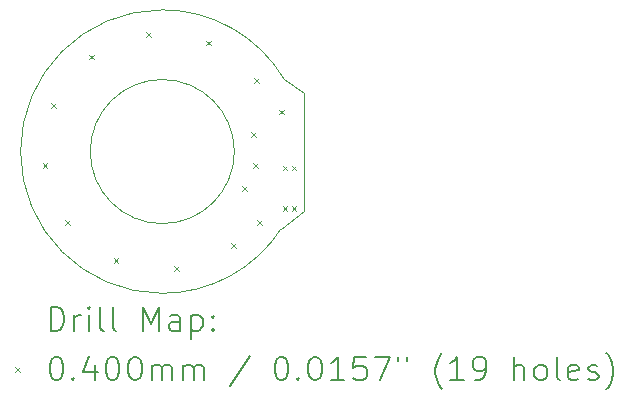
<source format=gbr>
%TF.GenerationSoftware,KiCad,Pcbnew,7.0.8-7.0.8~ubuntu23.04.1*%
%TF.CreationDate,2023-10-20T09:28:23+00:00*%
%TF.ProjectId,pedalboard-led-ring,70656461-6c62-46f6-9172-642d6c65642d,1.1.0-RC1*%
%TF.SameCoordinates,Original*%
%TF.FileFunction,Drillmap*%
%TF.FilePolarity,Positive*%
%FSLAX45Y45*%
G04 Gerber Fmt 4.5, Leading zero omitted, Abs format (unit mm)*
G04 Created by KiCad (PCBNEW 7.0.8-7.0.8~ubuntu23.04.1) date 2023-10-20 09:28:23*
%MOMM*%
%LPD*%
G01*
G04 APERTURE LIST*
%ADD10C,0.100000*%
%ADD11C,0.200000*%
%ADD12C,0.040000*%
G04 APERTURE END LIST*
D10*
X8000000Y-7200000D02*
G75*
G03*
X9006267Y-6653778I0J1200000D01*
G01*
X8610000Y-6000000D02*
G75*
G03*
X8610000Y-6000000I-610000J0D01*
G01*
X9200000Y-5500000D02*
X9200000Y-6500000D01*
X8000000Y-4800000D02*
G75*
G03*
X8000000Y-7200000I0J-1200000D01*
G01*
X9006267Y-6653778D02*
X9200000Y-6500000D01*
X9032747Y-5388907D02*
G75*
G03*
X8000000Y-4800000I-1032747J-611093D01*
G01*
X9032747Y-5388907D02*
X9200000Y-5500000D01*
D11*
D12*
X6987180Y-6099615D02*
X7027180Y-6139615D01*
X7027180Y-6099615D02*
X6987180Y-6139615D01*
X7060385Y-5587180D02*
X7100385Y-5627180D01*
X7100385Y-5587180D02*
X7060385Y-5627180D01*
X7180000Y-6580000D02*
X7220000Y-6620000D01*
X7220000Y-6580000D02*
X7180000Y-6620000D01*
X7380000Y-5180000D02*
X7420000Y-5220000D01*
X7420000Y-5180000D02*
X7380000Y-5220000D01*
X7587180Y-6899615D02*
X7627180Y-6939615D01*
X7627180Y-6899615D02*
X7587180Y-6939615D01*
X7860385Y-4987180D02*
X7900385Y-5027180D01*
X7900385Y-4987180D02*
X7860385Y-5027180D01*
X8099615Y-6972820D02*
X8139615Y-7012820D01*
X8139615Y-6972820D02*
X8099615Y-7012820D01*
X8372820Y-5060385D02*
X8412820Y-5100385D01*
X8412820Y-5060385D02*
X8372820Y-5100385D01*
X8580000Y-6774000D02*
X8620000Y-6814000D01*
X8620000Y-6774000D02*
X8580000Y-6814000D01*
X8675000Y-6295000D02*
X8715000Y-6335000D01*
X8715000Y-6295000D02*
X8675000Y-6335000D01*
X8749816Y-5835184D02*
X8789816Y-5875184D01*
X8789816Y-5835184D02*
X8749816Y-5875184D01*
X8771000Y-6095000D02*
X8811000Y-6135000D01*
X8811000Y-6095000D02*
X8771000Y-6135000D01*
X8780000Y-5380000D02*
X8820000Y-5420000D01*
X8820000Y-5380000D02*
X8780000Y-5420000D01*
X8806000Y-6582000D02*
X8846000Y-6622000D01*
X8846000Y-6582000D02*
X8806000Y-6622000D01*
X8987950Y-5645000D02*
X9027950Y-5685000D01*
X9027950Y-5645000D02*
X8987950Y-5685000D01*
X9020000Y-6120000D02*
X9060000Y-6160000D01*
X9060000Y-6120000D02*
X9020000Y-6160000D01*
X9020000Y-6465000D02*
X9060000Y-6505000D01*
X9060000Y-6465000D02*
X9020000Y-6505000D01*
X9095000Y-6120000D02*
X9135000Y-6160000D01*
X9135000Y-6120000D02*
X9095000Y-6160000D01*
X9095000Y-6465000D02*
X9135000Y-6505000D01*
X9135000Y-6465000D02*
X9095000Y-6505000D01*
D11*
X7055777Y-7516484D02*
X7055777Y-7316484D01*
X7055777Y-7316484D02*
X7103396Y-7316484D01*
X7103396Y-7316484D02*
X7131967Y-7326008D01*
X7131967Y-7326008D02*
X7151015Y-7345055D01*
X7151015Y-7345055D02*
X7160539Y-7364103D01*
X7160539Y-7364103D02*
X7170062Y-7402198D01*
X7170062Y-7402198D02*
X7170062Y-7430769D01*
X7170062Y-7430769D02*
X7160539Y-7468865D01*
X7160539Y-7468865D02*
X7151015Y-7487912D01*
X7151015Y-7487912D02*
X7131967Y-7506960D01*
X7131967Y-7506960D02*
X7103396Y-7516484D01*
X7103396Y-7516484D02*
X7055777Y-7516484D01*
X7255777Y-7516484D02*
X7255777Y-7383150D01*
X7255777Y-7421246D02*
X7265301Y-7402198D01*
X7265301Y-7402198D02*
X7274824Y-7392674D01*
X7274824Y-7392674D02*
X7293872Y-7383150D01*
X7293872Y-7383150D02*
X7312920Y-7383150D01*
X7379586Y-7516484D02*
X7379586Y-7383150D01*
X7379586Y-7316484D02*
X7370062Y-7326008D01*
X7370062Y-7326008D02*
X7379586Y-7335531D01*
X7379586Y-7335531D02*
X7389110Y-7326008D01*
X7389110Y-7326008D02*
X7379586Y-7316484D01*
X7379586Y-7316484D02*
X7379586Y-7335531D01*
X7503396Y-7516484D02*
X7484348Y-7506960D01*
X7484348Y-7506960D02*
X7474824Y-7487912D01*
X7474824Y-7487912D02*
X7474824Y-7316484D01*
X7608158Y-7516484D02*
X7589110Y-7506960D01*
X7589110Y-7506960D02*
X7579586Y-7487912D01*
X7579586Y-7487912D02*
X7579586Y-7316484D01*
X7836729Y-7516484D02*
X7836729Y-7316484D01*
X7836729Y-7316484D02*
X7903396Y-7459341D01*
X7903396Y-7459341D02*
X7970062Y-7316484D01*
X7970062Y-7316484D02*
X7970062Y-7516484D01*
X8151015Y-7516484D02*
X8151015Y-7411722D01*
X8151015Y-7411722D02*
X8141491Y-7392674D01*
X8141491Y-7392674D02*
X8122443Y-7383150D01*
X8122443Y-7383150D02*
X8084348Y-7383150D01*
X8084348Y-7383150D02*
X8065301Y-7392674D01*
X8151015Y-7506960D02*
X8131967Y-7516484D01*
X8131967Y-7516484D02*
X8084348Y-7516484D01*
X8084348Y-7516484D02*
X8065301Y-7506960D01*
X8065301Y-7506960D02*
X8055777Y-7487912D01*
X8055777Y-7487912D02*
X8055777Y-7468865D01*
X8055777Y-7468865D02*
X8065301Y-7449817D01*
X8065301Y-7449817D02*
X8084348Y-7440293D01*
X8084348Y-7440293D02*
X8131967Y-7440293D01*
X8131967Y-7440293D02*
X8151015Y-7430769D01*
X8246253Y-7383150D02*
X8246253Y-7583150D01*
X8246253Y-7392674D02*
X8265301Y-7383150D01*
X8265301Y-7383150D02*
X8303396Y-7383150D01*
X8303396Y-7383150D02*
X8322443Y-7392674D01*
X8322443Y-7392674D02*
X8331967Y-7402198D01*
X8331967Y-7402198D02*
X8341491Y-7421246D01*
X8341491Y-7421246D02*
X8341491Y-7478388D01*
X8341491Y-7478388D02*
X8331967Y-7497436D01*
X8331967Y-7497436D02*
X8322443Y-7506960D01*
X8322443Y-7506960D02*
X8303396Y-7516484D01*
X8303396Y-7516484D02*
X8265301Y-7516484D01*
X8265301Y-7516484D02*
X8246253Y-7506960D01*
X8427205Y-7497436D02*
X8436729Y-7506960D01*
X8436729Y-7506960D02*
X8427205Y-7516484D01*
X8427205Y-7516484D02*
X8417682Y-7506960D01*
X8417682Y-7506960D02*
X8427205Y-7497436D01*
X8427205Y-7497436D02*
X8427205Y-7516484D01*
X8427205Y-7392674D02*
X8436729Y-7402198D01*
X8436729Y-7402198D02*
X8427205Y-7411722D01*
X8427205Y-7411722D02*
X8417682Y-7402198D01*
X8417682Y-7402198D02*
X8427205Y-7392674D01*
X8427205Y-7392674D02*
X8427205Y-7411722D01*
D12*
X6755000Y-7825000D02*
X6795000Y-7865000D01*
X6795000Y-7825000D02*
X6755000Y-7865000D01*
D11*
X7093872Y-7736484D02*
X7112920Y-7736484D01*
X7112920Y-7736484D02*
X7131967Y-7746008D01*
X7131967Y-7746008D02*
X7141491Y-7755531D01*
X7141491Y-7755531D02*
X7151015Y-7774579D01*
X7151015Y-7774579D02*
X7160539Y-7812674D01*
X7160539Y-7812674D02*
X7160539Y-7860293D01*
X7160539Y-7860293D02*
X7151015Y-7898388D01*
X7151015Y-7898388D02*
X7141491Y-7917436D01*
X7141491Y-7917436D02*
X7131967Y-7926960D01*
X7131967Y-7926960D02*
X7112920Y-7936484D01*
X7112920Y-7936484D02*
X7093872Y-7936484D01*
X7093872Y-7936484D02*
X7074824Y-7926960D01*
X7074824Y-7926960D02*
X7065301Y-7917436D01*
X7065301Y-7917436D02*
X7055777Y-7898388D01*
X7055777Y-7898388D02*
X7046253Y-7860293D01*
X7046253Y-7860293D02*
X7046253Y-7812674D01*
X7046253Y-7812674D02*
X7055777Y-7774579D01*
X7055777Y-7774579D02*
X7065301Y-7755531D01*
X7065301Y-7755531D02*
X7074824Y-7746008D01*
X7074824Y-7746008D02*
X7093872Y-7736484D01*
X7246253Y-7917436D02*
X7255777Y-7926960D01*
X7255777Y-7926960D02*
X7246253Y-7936484D01*
X7246253Y-7936484D02*
X7236729Y-7926960D01*
X7236729Y-7926960D02*
X7246253Y-7917436D01*
X7246253Y-7917436D02*
X7246253Y-7936484D01*
X7427205Y-7803150D02*
X7427205Y-7936484D01*
X7379586Y-7726960D02*
X7331967Y-7869817D01*
X7331967Y-7869817D02*
X7455777Y-7869817D01*
X7570062Y-7736484D02*
X7589110Y-7736484D01*
X7589110Y-7736484D02*
X7608158Y-7746008D01*
X7608158Y-7746008D02*
X7617682Y-7755531D01*
X7617682Y-7755531D02*
X7627205Y-7774579D01*
X7627205Y-7774579D02*
X7636729Y-7812674D01*
X7636729Y-7812674D02*
X7636729Y-7860293D01*
X7636729Y-7860293D02*
X7627205Y-7898388D01*
X7627205Y-7898388D02*
X7617682Y-7917436D01*
X7617682Y-7917436D02*
X7608158Y-7926960D01*
X7608158Y-7926960D02*
X7589110Y-7936484D01*
X7589110Y-7936484D02*
X7570062Y-7936484D01*
X7570062Y-7936484D02*
X7551015Y-7926960D01*
X7551015Y-7926960D02*
X7541491Y-7917436D01*
X7541491Y-7917436D02*
X7531967Y-7898388D01*
X7531967Y-7898388D02*
X7522443Y-7860293D01*
X7522443Y-7860293D02*
X7522443Y-7812674D01*
X7522443Y-7812674D02*
X7531967Y-7774579D01*
X7531967Y-7774579D02*
X7541491Y-7755531D01*
X7541491Y-7755531D02*
X7551015Y-7746008D01*
X7551015Y-7746008D02*
X7570062Y-7736484D01*
X7760539Y-7736484D02*
X7779586Y-7736484D01*
X7779586Y-7736484D02*
X7798634Y-7746008D01*
X7798634Y-7746008D02*
X7808158Y-7755531D01*
X7808158Y-7755531D02*
X7817682Y-7774579D01*
X7817682Y-7774579D02*
X7827205Y-7812674D01*
X7827205Y-7812674D02*
X7827205Y-7860293D01*
X7827205Y-7860293D02*
X7817682Y-7898388D01*
X7817682Y-7898388D02*
X7808158Y-7917436D01*
X7808158Y-7917436D02*
X7798634Y-7926960D01*
X7798634Y-7926960D02*
X7779586Y-7936484D01*
X7779586Y-7936484D02*
X7760539Y-7936484D01*
X7760539Y-7936484D02*
X7741491Y-7926960D01*
X7741491Y-7926960D02*
X7731967Y-7917436D01*
X7731967Y-7917436D02*
X7722443Y-7898388D01*
X7722443Y-7898388D02*
X7712920Y-7860293D01*
X7712920Y-7860293D02*
X7712920Y-7812674D01*
X7712920Y-7812674D02*
X7722443Y-7774579D01*
X7722443Y-7774579D02*
X7731967Y-7755531D01*
X7731967Y-7755531D02*
X7741491Y-7746008D01*
X7741491Y-7746008D02*
X7760539Y-7736484D01*
X7912920Y-7936484D02*
X7912920Y-7803150D01*
X7912920Y-7822198D02*
X7922443Y-7812674D01*
X7922443Y-7812674D02*
X7941491Y-7803150D01*
X7941491Y-7803150D02*
X7970063Y-7803150D01*
X7970063Y-7803150D02*
X7989110Y-7812674D01*
X7989110Y-7812674D02*
X7998634Y-7831722D01*
X7998634Y-7831722D02*
X7998634Y-7936484D01*
X7998634Y-7831722D02*
X8008158Y-7812674D01*
X8008158Y-7812674D02*
X8027205Y-7803150D01*
X8027205Y-7803150D02*
X8055777Y-7803150D01*
X8055777Y-7803150D02*
X8074824Y-7812674D01*
X8074824Y-7812674D02*
X8084348Y-7831722D01*
X8084348Y-7831722D02*
X8084348Y-7936484D01*
X8179586Y-7936484D02*
X8179586Y-7803150D01*
X8179586Y-7822198D02*
X8189110Y-7812674D01*
X8189110Y-7812674D02*
X8208158Y-7803150D01*
X8208158Y-7803150D02*
X8236729Y-7803150D01*
X8236729Y-7803150D02*
X8255777Y-7812674D01*
X8255777Y-7812674D02*
X8265301Y-7831722D01*
X8265301Y-7831722D02*
X8265301Y-7936484D01*
X8265301Y-7831722D02*
X8274824Y-7812674D01*
X8274824Y-7812674D02*
X8293872Y-7803150D01*
X8293872Y-7803150D02*
X8322443Y-7803150D01*
X8322443Y-7803150D02*
X8341491Y-7812674D01*
X8341491Y-7812674D02*
X8351015Y-7831722D01*
X8351015Y-7831722D02*
X8351015Y-7936484D01*
X8741491Y-7726960D02*
X8570063Y-7984103D01*
X8998634Y-7736484D02*
X9017682Y-7736484D01*
X9017682Y-7736484D02*
X9036729Y-7746008D01*
X9036729Y-7746008D02*
X9046253Y-7755531D01*
X9046253Y-7755531D02*
X9055777Y-7774579D01*
X9055777Y-7774579D02*
X9065301Y-7812674D01*
X9065301Y-7812674D02*
X9065301Y-7860293D01*
X9065301Y-7860293D02*
X9055777Y-7898388D01*
X9055777Y-7898388D02*
X9046253Y-7917436D01*
X9046253Y-7917436D02*
X9036729Y-7926960D01*
X9036729Y-7926960D02*
X9017682Y-7936484D01*
X9017682Y-7936484D02*
X8998634Y-7936484D01*
X8998634Y-7936484D02*
X8979587Y-7926960D01*
X8979587Y-7926960D02*
X8970063Y-7917436D01*
X8970063Y-7917436D02*
X8960539Y-7898388D01*
X8960539Y-7898388D02*
X8951015Y-7860293D01*
X8951015Y-7860293D02*
X8951015Y-7812674D01*
X8951015Y-7812674D02*
X8960539Y-7774579D01*
X8960539Y-7774579D02*
X8970063Y-7755531D01*
X8970063Y-7755531D02*
X8979587Y-7746008D01*
X8979587Y-7746008D02*
X8998634Y-7736484D01*
X9151015Y-7917436D02*
X9160539Y-7926960D01*
X9160539Y-7926960D02*
X9151015Y-7936484D01*
X9151015Y-7936484D02*
X9141491Y-7926960D01*
X9141491Y-7926960D02*
X9151015Y-7917436D01*
X9151015Y-7917436D02*
X9151015Y-7936484D01*
X9284348Y-7736484D02*
X9303396Y-7736484D01*
X9303396Y-7736484D02*
X9322444Y-7746008D01*
X9322444Y-7746008D02*
X9331968Y-7755531D01*
X9331968Y-7755531D02*
X9341491Y-7774579D01*
X9341491Y-7774579D02*
X9351015Y-7812674D01*
X9351015Y-7812674D02*
X9351015Y-7860293D01*
X9351015Y-7860293D02*
X9341491Y-7898388D01*
X9341491Y-7898388D02*
X9331968Y-7917436D01*
X9331968Y-7917436D02*
X9322444Y-7926960D01*
X9322444Y-7926960D02*
X9303396Y-7936484D01*
X9303396Y-7936484D02*
X9284348Y-7936484D01*
X9284348Y-7936484D02*
X9265301Y-7926960D01*
X9265301Y-7926960D02*
X9255777Y-7917436D01*
X9255777Y-7917436D02*
X9246253Y-7898388D01*
X9246253Y-7898388D02*
X9236729Y-7860293D01*
X9236729Y-7860293D02*
X9236729Y-7812674D01*
X9236729Y-7812674D02*
X9246253Y-7774579D01*
X9246253Y-7774579D02*
X9255777Y-7755531D01*
X9255777Y-7755531D02*
X9265301Y-7746008D01*
X9265301Y-7746008D02*
X9284348Y-7736484D01*
X9541491Y-7936484D02*
X9427206Y-7936484D01*
X9484348Y-7936484D02*
X9484348Y-7736484D01*
X9484348Y-7736484D02*
X9465301Y-7765055D01*
X9465301Y-7765055D02*
X9446253Y-7784103D01*
X9446253Y-7784103D02*
X9427206Y-7793627D01*
X9722444Y-7736484D02*
X9627206Y-7736484D01*
X9627206Y-7736484D02*
X9617682Y-7831722D01*
X9617682Y-7831722D02*
X9627206Y-7822198D01*
X9627206Y-7822198D02*
X9646253Y-7812674D01*
X9646253Y-7812674D02*
X9693872Y-7812674D01*
X9693872Y-7812674D02*
X9712920Y-7822198D01*
X9712920Y-7822198D02*
X9722444Y-7831722D01*
X9722444Y-7831722D02*
X9731968Y-7850769D01*
X9731968Y-7850769D02*
X9731968Y-7898388D01*
X9731968Y-7898388D02*
X9722444Y-7917436D01*
X9722444Y-7917436D02*
X9712920Y-7926960D01*
X9712920Y-7926960D02*
X9693872Y-7936484D01*
X9693872Y-7936484D02*
X9646253Y-7936484D01*
X9646253Y-7936484D02*
X9627206Y-7926960D01*
X9627206Y-7926960D02*
X9617682Y-7917436D01*
X9798634Y-7736484D02*
X9931968Y-7736484D01*
X9931968Y-7736484D02*
X9846253Y-7936484D01*
X9998634Y-7736484D02*
X9998634Y-7774579D01*
X10074825Y-7736484D02*
X10074825Y-7774579D01*
X10370063Y-8012674D02*
X10360539Y-8003150D01*
X10360539Y-8003150D02*
X10341491Y-7974579D01*
X10341491Y-7974579D02*
X10331968Y-7955531D01*
X10331968Y-7955531D02*
X10322444Y-7926960D01*
X10322444Y-7926960D02*
X10312920Y-7879341D01*
X10312920Y-7879341D02*
X10312920Y-7841246D01*
X10312920Y-7841246D02*
X10322444Y-7793627D01*
X10322444Y-7793627D02*
X10331968Y-7765055D01*
X10331968Y-7765055D02*
X10341491Y-7746008D01*
X10341491Y-7746008D02*
X10360539Y-7717436D01*
X10360539Y-7717436D02*
X10370063Y-7707912D01*
X10551015Y-7936484D02*
X10436730Y-7936484D01*
X10493872Y-7936484D02*
X10493872Y-7736484D01*
X10493872Y-7736484D02*
X10474825Y-7765055D01*
X10474825Y-7765055D02*
X10455777Y-7784103D01*
X10455777Y-7784103D02*
X10436730Y-7793627D01*
X10646253Y-7936484D02*
X10684349Y-7936484D01*
X10684349Y-7936484D02*
X10703396Y-7926960D01*
X10703396Y-7926960D02*
X10712920Y-7917436D01*
X10712920Y-7917436D02*
X10731968Y-7888865D01*
X10731968Y-7888865D02*
X10741491Y-7850769D01*
X10741491Y-7850769D02*
X10741491Y-7774579D01*
X10741491Y-7774579D02*
X10731968Y-7755531D01*
X10731968Y-7755531D02*
X10722444Y-7746008D01*
X10722444Y-7746008D02*
X10703396Y-7736484D01*
X10703396Y-7736484D02*
X10665301Y-7736484D01*
X10665301Y-7736484D02*
X10646253Y-7746008D01*
X10646253Y-7746008D02*
X10636730Y-7755531D01*
X10636730Y-7755531D02*
X10627206Y-7774579D01*
X10627206Y-7774579D02*
X10627206Y-7822198D01*
X10627206Y-7822198D02*
X10636730Y-7841246D01*
X10636730Y-7841246D02*
X10646253Y-7850769D01*
X10646253Y-7850769D02*
X10665301Y-7860293D01*
X10665301Y-7860293D02*
X10703396Y-7860293D01*
X10703396Y-7860293D02*
X10722444Y-7850769D01*
X10722444Y-7850769D02*
X10731968Y-7841246D01*
X10731968Y-7841246D02*
X10741491Y-7822198D01*
X10979587Y-7936484D02*
X10979587Y-7736484D01*
X11065301Y-7936484D02*
X11065301Y-7831722D01*
X11065301Y-7831722D02*
X11055777Y-7812674D01*
X11055777Y-7812674D02*
X11036730Y-7803150D01*
X11036730Y-7803150D02*
X11008158Y-7803150D01*
X11008158Y-7803150D02*
X10989111Y-7812674D01*
X10989111Y-7812674D02*
X10979587Y-7822198D01*
X11189110Y-7936484D02*
X11170063Y-7926960D01*
X11170063Y-7926960D02*
X11160539Y-7917436D01*
X11160539Y-7917436D02*
X11151015Y-7898388D01*
X11151015Y-7898388D02*
X11151015Y-7841246D01*
X11151015Y-7841246D02*
X11160539Y-7822198D01*
X11160539Y-7822198D02*
X11170063Y-7812674D01*
X11170063Y-7812674D02*
X11189110Y-7803150D01*
X11189110Y-7803150D02*
X11217682Y-7803150D01*
X11217682Y-7803150D02*
X11236730Y-7812674D01*
X11236730Y-7812674D02*
X11246253Y-7822198D01*
X11246253Y-7822198D02*
X11255777Y-7841246D01*
X11255777Y-7841246D02*
X11255777Y-7898388D01*
X11255777Y-7898388D02*
X11246253Y-7917436D01*
X11246253Y-7917436D02*
X11236730Y-7926960D01*
X11236730Y-7926960D02*
X11217682Y-7936484D01*
X11217682Y-7936484D02*
X11189110Y-7936484D01*
X11370063Y-7936484D02*
X11351015Y-7926960D01*
X11351015Y-7926960D02*
X11341491Y-7907912D01*
X11341491Y-7907912D02*
X11341491Y-7736484D01*
X11522444Y-7926960D02*
X11503396Y-7936484D01*
X11503396Y-7936484D02*
X11465301Y-7936484D01*
X11465301Y-7936484D02*
X11446253Y-7926960D01*
X11446253Y-7926960D02*
X11436730Y-7907912D01*
X11436730Y-7907912D02*
X11436730Y-7831722D01*
X11436730Y-7831722D02*
X11446253Y-7812674D01*
X11446253Y-7812674D02*
X11465301Y-7803150D01*
X11465301Y-7803150D02*
X11503396Y-7803150D01*
X11503396Y-7803150D02*
X11522444Y-7812674D01*
X11522444Y-7812674D02*
X11531968Y-7831722D01*
X11531968Y-7831722D02*
X11531968Y-7850769D01*
X11531968Y-7850769D02*
X11436730Y-7869817D01*
X11608158Y-7926960D02*
X11627206Y-7936484D01*
X11627206Y-7936484D02*
X11665301Y-7936484D01*
X11665301Y-7936484D02*
X11684349Y-7926960D01*
X11684349Y-7926960D02*
X11693872Y-7907912D01*
X11693872Y-7907912D02*
X11693872Y-7898388D01*
X11693872Y-7898388D02*
X11684349Y-7879341D01*
X11684349Y-7879341D02*
X11665301Y-7869817D01*
X11665301Y-7869817D02*
X11636730Y-7869817D01*
X11636730Y-7869817D02*
X11617682Y-7860293D01*
X11617682Y-7860293D02*
X11608158Y-7841246D01*
X11608158Y-7841246D02*
X11608158Y-7831722D01*
X11608158Y-7831722D02*
X11617682Y-7812674D01*
X11617682Y-7812674D02*
X11636730Y-7803150D01*
X11636730Y-7803150D02*
X11665301Y-7803150D01*
X11665301Y-7803150D02*
X11684349Y-7812674D01*
X11760539Y-8012674D02*
X11770063Y-8003150D01*
X11770063Y-8003150D02*
X11789111Y-7974579D01*
X11789111Y-7974579D02*
X11798634Y-7955531D01*
X11798634Y-7955531D02*
X11808158Y-7926960D01*
X11808158Y-7926960D02*
X11817682Y-7879341D01*
X11817682Y-7879341D02*
X11817682Y-7841246D01*
X11817682Y-7841246D02*
X11808158Y-7793627D01*
X11808158Y-7793627D02*
X11798634Y-7765055D01*
X11798634Y-7765055D02*
X11789111Y-7746008D01*
X11789111Y-7746008D02*
X11770063Y-7717436D01*
X11770063Y-7717436D02*
X11760539Y-7707912D01*
M02*

</source>
